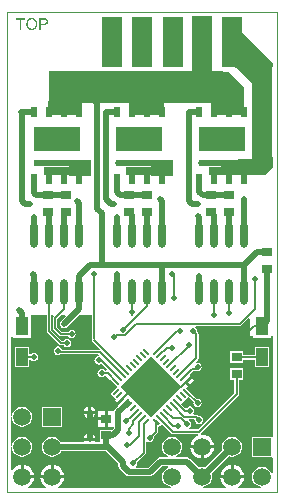
<source format=gtl>
%FSLAX25Y25*%
%MOIN*%
G70*
G01*
G75*
G04 Layer_Physical_Order=1*
G04 Layer_Color=255*
%ADD10R,0.03937X0.05906*%
%ADD11R,0.15748X0.08465*%
%ADD12R,0.02402X0.03268*%
%ADD13R,0.15748X0.02362*%
%ADD14R,0.12362X0.02835*%
%ADD15R,0.03543X0.03150*%
%ADD16O,0.02362X0.08661*%
%ADD17P,0.20044X4X360.0*%
G04:AMPARAMS|DCode=18|XSize=8.66mil|YSize=27.56mil|CornerRadius=0mil|HoleSize=0mil|Usage=FLASHONLY|Rotation=315.000|XOffset=0mil|YOffset=0mil|HoleType=Round|Shape=Rectangle|*
%AMROTATEDRECTD18*
4,1,4,-0.01281,-0.00668,0.00668,0.01281,0.01281,0.00668,-0.00668,-0.01281,-0.01281,-0.00668,0.0*
%
%ADD18ROTATEDRECTD18*%

G04:AMPARAMS|DCode=19|XSize=8.66mil|YSize=27.56mil|CornerRadius=0mil|HoleSize=0mil|Usage=FLASHONLY|Rotation=45.000|XOffset=0mil|YOffset=0mil|HoleType=Round|Shape=Rectangle|*
%AMROTATEDRECTD19*
4,1,4,0.00668,-0.01281,-0.01281,0.00668,-0.00668,0.01281,0.01281,-0.00668,0.00668,-0.01281,0.0*
%
%ADD19ROTATEDRECTD19*%

%ADD20C,0.00800*%
%ADD21C,0.00600*%
%ADD22C,0.02000*%
%ADD23R,0.06500X0.17000*%
%ADD24R,0.07000X0.17000*%
%ADD25R,0.08000X0.05500*%
%ADD26R,0.07000X0.33000*%
%ADD27R,0.07500X0.05500*%
%ADD28R,0.10000X0.04500*%
%ADD29R,0.11000X0.04500*%
%ADD30R,0.07000X0.20000*%
%ADD31R,0.58000X0.10500*%
%ADD32C,0.00200*%
%ADD33R,0.05906X0.05906*%
%ADD34C,0.05906*%
%ADD35R,0.05906X0.05906*%
%ADD36C,0.01969*%
G36*
X8339Y157902D02*
X8389D01*
X8439Y157896D01*
X8506Y157885D01*
X8572Y157874D01*
X8716Y157846D01*
X8883Y157802D01*
X9044Y157735D01*
X9127Y157696D01*
X9211Y157652D01*
X9216Y157646D01*
X9227Y157641D01*
X9249Y157624D01*
X9283Y157607D01*
X9316Y157580D01*
X9360Y157546D01*
X9455Y157469D01*
X9555Y157369D01*
X9666Y157247D01*
X9771Y157102D01*
X9860Y156941D01*
Y156936D01*
X9871Y156919D01*
X9882Y156897D01*
X9893Y156864D01*
X9915Y156819D01*
X9932Y156770D01*
X9954Y156708D01*
X9976Y156642D01*
X9993Y156570D01*
X10015Y156492D01*
X10037Y156403D01*
X10054Y156314D01*
X10076Y156120D01*
X10087Y155909D01*
Y155904D01*
Y155881D01*
Y155854D01*
X10082Y155809D01*
Y155759D01*
X10076Y155698D01*
X10065Y155632D01*
X10060Y155560D01*
X10032Y155399D01*
X9987Y155221D01*
X9926Y155043D01*
X9893Y154955D01*
X9849Y154866D01*
Y154860D01*
X9838Y154844D01*
X9826Y154821D01*
X9804Y154788D01*
X9782Y154749D01*
X9754Y154710D01*
X9677Y154605D01*
X9582Y154494D01*
X9471Y154377D01*
X9338Y154266D01*
X9183Y154166D01*
X9177D01*
X9166Y154155D01*
X9138Y154144D01*
X9105Y154128D01*
X9066Y154111D01*
X9022Y154094D01*
X8966Y154072D01*
X8905Y154050D01*
X8839Y154028D01*
X8766Y154006D01*
X8606Y153972D01*
X8433Y153945D01*
X8250Y153933D01*
X8195D01*
X8162Y153939D01*
X8111D01*
X8056Y153950D01*
X7995Y153956D01*
X7923Y153967D01*
X7773Y154000D01*
X7612Y154044D01*
X7446Y154111D01*
X7362Y154150D01*
X7279Y154194D01*
X7273Y154200D01*
X7262Y154205D01*
X7240Y154222D01*
X7207Y154244D01*
X7174Y154266D01*
X7135Y154300D01*
X7040Y154383D01*
X6935Y154483D01*
X6824Y154605D01*
X6724Y154744D01*
X6630Y154905D01*
Y154910D01*
X6619Y154927D01*
X6607Y154949D01*
X6596Y154982D01*
X6580Y155027D01*
X6563Y155077D01*
X6541Y155132D01*
X6524Y155193D01*
X6502Y155265D01*
X6480Y155338D01*
X6447Y155504D01*
X6424Y155676D01*
X6413Y155865D01*
Y155870D01*
Y155876D01*
Y155909D01*
X6419Y155959D01*
Y156026D01*
X6430Y156103D01*
X6441Y156198D01*
X6458Y156303D01*
X6480Y156414D01*
X6502Y156531D01*
X6535Y156653D01*
X6580Y156775D01*
X6630Y156903D01*
X6685Y157025D01*
X6757Y157147D01*
X6835Y157258D01*
X6924Y157363D01*
X6929Y157369D01*
X6946Y157386D01*
X6979Y157413D01*
X7018Y157447D01*
X7068Y157491D01*
X7129Y157535D01*
X7201Y157585D01*
X7285Y157635D01*
X7373Y157685D01*
X7473Y157735D01*
X7584Y157780D01*
X7701Y157824D01*
X7829Y157857D01*
X7962Y157885D01*
X8100Y157902D01*
X8250Y157907D01*
X8300D01*
X8339Y157902D01*
D02*
G37*
G36*
X28184Y51159D02*
X28234Y50909D01*
X28184Y50659D01*
X28246Y50347D01*
X28423Y50083D01*
X30830Y47676D01*
X30639Y47214D01*
X18369D01*
X18304Y47540D01*
X17998Y47998D01*
X17540Y48304D01*
X17000Y48411D01*
X16460Y48304D01*
X16002Y47998D01*
X15696Y47540D01*
X15589Y47000D01*
X15696Y46460D01*
X16002Y46002D01*
X16460Y45696D01*
X17000Y45589D01*
X17540Y45696D01*
X17675Y45786D01*
X30427D01*
X30684Y45357D01*
X30581Y45165D01*
X30476Y45186D01*
X29936Y45078D01*
X29478Y44772D01*
X29173Y44314D01*
X29065Y43774D01*
X29173Y43234D01*
X29478Y42776D01*
X29936Y42470D01*
X30476Y42363D01*
X31017Y42470D01*
X31355Y42696D01*
X33274Y40778D01*
X33108Y40378D01*
X32611Y40329D01*
X32498Y40498D01*
X32040Y40804D01*
X31500Y40911D01*
X30960Y40804D01*
X30502Y40498D01*
X30196Y40040D01*
X30089Y39500D01*
X30196Y38960D01*
X30502Y38502D01*
X30960Y38196D01*
X31500Y38089D01*
X32040Y38196D01*
X32498Y38502D01*
X32620Y38684D01*
X33140D01*
X34461Y37363D01*
Y37338D01*
Y37338D01*
X36682Y35118D01*
X36564Y35000D01*
X36682Y34882D01*
X34461Y32661D01*
X35575Y31548D01*
Y31548D01*
X35575Y31548D01*
X35639Y31483D01*
X36264Y30859D01*
X35840Y30434D01*
X36500Y29775D01*
X38181Y31456D01*
X38888Y30749D01*
X37128Y28989D01*
Y28646D01*
X36106Y27625D01*
X35797Y27162D01*
X35731Y26831D01*
X33500D01*
Y24256D01*
Y21681D01*
X35688D01*
Y21207D01*
X35192Y20711D01*
X35172Y20719D01*
Y20719D01*
X35172Y20719D01*
X30828D01*
Y16769D01*
D01*
Y16769D01*
X30487Y16428D01*
X29704D01*
X29387Y16814D01*
X29424Y17000D01*
X25576D01*
X25613Y16814D01*
X25296Y16428D01*
X18038D01*
X17929Y16691D01*
X17391Y17391D01*
X16691Y17929D01*
X15875Y18267D01*
X15000Y18382D01*
X14125Y18267D01*
X13309Y17929D01*
X12609Y17391D01*
X12071Y16691D01*
X11733Y15875D01*
X11618Y15000D01*
X11733Y14125D01*
X12071Y13309D01*
X12609Y12609D01*
X13309Y12071D01*
X14125Y11734D01*
X15000Y11618D01*
X15875Y11734D01*
X16691Y12071D01*
X17391Y12609D01*
X17929Y13309D01*
X18038Y13573D01*
X32909D01*
X37073Y9409D01*
Y8500D01*
X37073Y8500D01*
X37181Y7954D01*
X37491Y7491D01*
X39491Y5491D01*
X39491Y5491D01*
X39954Y5181D01*
X40500Y5073D01*
X40500Y5073D01*
X47500D01*
X47500Y5073D01*
X48046Y5181D01*
X48509Y5491D01*
X51591Y8573D01*
X53582D01*
X53680Y8082D01*
X53309Y7929D01*
X52609Y7391D01*
X52071Y6691D01*
X51733Y5875D01*
X51618Y5000D01*
X51733Y4125D01*
X52071Y3309D01*
X52609Y2609D01*
X53309Y2071D01*
X54125Y1734D01*
X54789Y1646D01*
X54756Y1147D01*
X17250D01*
X17089Y1621D01*
X17819Y2181D01*
X18453Y3007D01*
X18851Y3968D01*
X18921Y4500D01*
X11079D01*
X11149Y3968D01*
X11547Y3007D01*
X12181Y2181D01*
X12911Y1621D01*
X12750Y1147D01*
X7250D01*
X7089Y1621D01*
X7819Y2181D01*
X8453Y3007D01*
X8851Y3968D01*
X8921Y4500D01*
X5000D01*
Y5000D01*
X4500D01*
Y8921D01*
X3968Y8851D01*
X3007Y8453D01*
X2181Y7819D01*
X1621Y7089D01*
X1147Y7250D01*
Y14755D01*
X1646Y14788D01*
X1646Y14788D01*
D01*
X1733Y14125D01*
X2071Y13309D01*
X2609Y12609D01*
X3309Y12071D01*
X4125Y11734D01*
X5000Y11618D01*
X5875Y11734D01*
X6691Y12071D01*
X7391Y12609D01*
X7929Y13309D01*
X8266Y14125D01*
X8382Y15000D01*
X8266Y15875D01*
X7929Y16691D01*
X7391Y17391D01*
X6691Y17929D01*
X5875Y18267D01*
X5000Y18382D01*
X4125Y18267D01*
X3309Y17929D01*
X2609Y17391D01*
X2071Y16691D01*
X1733Y15875D01*
X1646Y15212D01*
X1168Y15244D01*
X1147Y15245D01*
Y24755D01*
X1646Y24788D01*
X1646Y24788D01*
D01*
X1733Y24125D01*
X2071Y23309D01*
X2609Y22609D01*
X3309Y22071D01*
X4125Y21734D01*
X5000Y21618D01*
X5875Y21734D01*
X6691Y22071D01*
X7391Y22609D01*
X7929Y23309D01*
X8266Y24125D01*
X8382Y25000D01*
X8266Y25875D01*
X7929Y26691D01*
X7391Y27391D01*
X6691Y27929D01*
X5875Y28267D01*
X5000Y28382D01*
X4125Y28267D01*
X3309Y27929D01*
X2609Y27391D01*
X2071Y26691D01*
X1733Y25875D01*
X1646Y25212D01*
X1168Y25243D01*
X1147Y25245D01*
Y51500D01*
X2032D01*
Y51359D01*
X7969D01*
X8000Y51391D01*
Y59000D01*
X13286D01*
Y53500D01*
X13286Y53500D01*
X13286D01*
X13341Y53227D01*
X13495Y52995D01*
X16995Y49495D01*
Y49495D01*
X16995Y49495D01*
X17495Y48995D01*
X17727Y48841D01*
X18000Y48786D01*
X18812D01*
X19002Y48502D01*
X19460Y48196D01*
X20000Y48089D01*
X20540Y48196D01*
X20998Y48502D01*
X21304Y48960D01*
X21411Y49500D01*
X21304Y50040D01*
X20998Y50498D01*
X20540Y50804D01*
X20000Y50911D01*
X19460Y50804D01*
X19002Y50498D01*
X18812Y50214D01*
X18296D01*
X18005Y50505D01*
X14714Y53796D01*
Y59000D01*
X15337D01*
X15529Y58538D01*
X15495Y58505D01*
X15341Y58273D01*
X15286Y58000D01*
X15286Y58000D01*
X15286D01*
X15286Y58000D01*
X15286D01*
Y54500D01*
X15286Y54500D01*
X15286D01*
X15341Y54227D01*
X15495Y53995D01*
X17495Y51995D01*
Y51995D01*
X17495Y51995D01*
X17495Y51995D01*
X17727Y51841D01*
X18000Y51786D01*
X20312D01*
X20502Y51502D01*
X20960Y51196D01*
X21500Y51089D01*
X22040Y51196D01*
X22498Y51502D01*
X22804Y51960D01*
X22911Y52500D01*
X22804Y53040D01*
X22498Y53498D01*
X22040Y53804D01*
X21500Y53911D01*
X20960Y53804D01*
X20502Y53498D01*
X20312Y53214D01*
X18296D01*
X16714Y54796D01*
Y57704D01*
X18009Y59000D01*
X19328D01*
X19519Y58538D01*
X17991Y57009D01*
X17681Y56546D01*
X17572Y56000D01*
X17681Y55454D01*
X17991Y54991D01*
X18454Y54681D01*
X19000Y54573D01*
X19546Y54681D01*
X20009Y54991D01*
X24019Y59000D01*
X28184D01*
Y51159D01*
D02*
G37*
G36*
X12402Y157835D02*
X12496Y157829D01*
X12596Y157824D01*
X12690Y157813D01*
X12774Y157802D01*
X12785D01*
X12823Y157791D01*
X12873Y157780D01*
X12940Y157763D01*
X13012Y157735D01*
X13090Y157702D01*
X13173Y157663D01*
X13245Y157619D01*
X13256Y157613D01*
X13279Y157596D01*
X13312Y157563D01*
X13356Y157524D01*
X13406Y157474D01*
X13456Y157408D01*
X13512Y157335D01*
X13556Y157252D01*
X13562Y157241D01*
X13573Y157213D01*
X13595Y157164D01*
X13617Y157097D01*
X13634Y157019D01*
X13656Y156930D01*
X13667Y156831D01*
X13673Y156725D01*
Y156720D01*
Y156703D01*
Y156681D01*
X13667Y156642D01*
X13661Y156603D01*
X13656Y156553D01*
X13645Y156498D01*
X13634Y156436D01*
X13595Y156309D01*
X13573Y156242D01*
X13539Y156170D01*
X13501Y156098D01*
X13462Y156031D01*
X13412Y155965D01*
X13356Y155898D01*
X13351Y155893D01*
X13340Y155881D01*
X13323Y155865D01*
X13295Y155848D01*
X13262Y155820D01*
X13217Y155793D01*
X13162Y155759D01*
X13101Y155732D01*
X13029Y155698D01*
X12946Y155665D01*
X12857Y155637D01*
X12751Y155615D01*
X12640Y155593D01*
X12518Y155576D01*
X12380Y155565D01*
X12235Y155560D01*
X11253D01*
Y154000D01*
X10742D01*
Y157841D01*
X12318D01*
X12402Y157835D01*
D02*
G37*
G36*
X6041Y157386D02*
X4776D01*
Y154000D01*
X4265D01*
Y157386D01*
X3000D01*
Y157841D01*
X6041D01*
Y157386D01*
D02*
G37*
G36*
X79000Y135000D02*
Y131500D01*
X78500Y131000D01*
X72000D01*
Y140000D01*
X74000D01*
X79000Y135000D01*
D02*
G37*
G36*
X88500Y143000D02*
Y141500D01*
X84500D01*
Y134500D01*
X77500Y141500D01*
Y153000D01*
X78500D01*
X88500Y143000D01*
D02*
G37*
G36*
X81000Y57693D02*
Y52000D01*
X82032D01*
Y51359D01*
X87968D01*
Y52000D01*
X88647D01*
Y18353D01*
X88647D01*
X88353D01*
X88294Y18353D01*
X88294Y18353D01*
Y18353D01*
X81647D01*
Y11647D01*
X88294D01*
X88294Y11647D01*
Y11647D01*
X88353Y11647D01*
X88647Y11353D01*
Y6237D01*
X88157Y6140D01*
X87929Y6691D01*
X87391Y7391D01*
X86691Y7929D01*
X85875Y8266D01*
X85000Y8382D01*
X84125Y8266D01*
X83309Y7929D01*
X82609Y7391D01*
X82071Y6691D01*
X81734Y5875D01*
X81618Y5000D01*
X81734Y4125D01*
X82071Y3309D01*
X82609Y2609D01*
X83309Y2071D01*
X84125Y1734D01*
X84789Y1646D01*
X84756Y1147D01*
X77250D01*
X77089Y1621D01*
X77819Y2181D01*
X78453Y3007D01*
X78851Y3968D01*
X78921Y4500D01*
X71079D01*
X71149Y3968D01*
X71547Y3007D01*
X72181Y2181D01*
X72911Y1621D01*
X72750Y1147D01*
X65244D01*
X65211Y1646D01*
X65875Y1734D01*
X66691Y2071D01*
X67391Y2609D01*
X67929Y3309D01*
X68266Y4125D01*
X68382Y5000D01*
X68266Y5875D01*
X68157Y6139D01*
X73861Y11843D01*
X74125Y11734D01*
X75000Y11618D01*
X75875Y11734D01*
X76691Y12071D01*
X77391Y12609D01*
X77929Y13309D01*
X78266Y14125D01*
X78382Y15000D01*
X78266Y15875D01*
X77929Y16691D01*
X77391Y17391D01*
X76691Y17929D01*
X75875Y18267D01*
X75000Y18382D01*
X74125Y18267D01*
X73309Y17929D01*
X72609Y17391D01*
X72071Y16691D01*
X71733Y15875D01*
X71618Y15000D01*
X71733Y14125D01*
X71843Y13861D01*
X66139Y8157D01*
X65875Y8266D01*
X65000Y8382D01*
X64125Y8266D01*
X63861Y8157D01*
X61009Y11009D01*
X60546Y11319D01*
X60000Y11427D01*
X60000Y11427D01*
X56418D01*
X56320Y11918D01*
X56691Y12071D01*
X57391Y12609D01*
X57929Y13309D01*
X58266Y14125D01*
X58382Y15000D01*
X58266Y15875D01*
X57929Y16691D01*
X57391Y17391D01*
X56691Y17929D01*
X55875Y18267D01*
X55000Y18382D01*
X54125Y18267D01*
X53309Y17929D01*
X52609Y17391D01*
X52071Y16691D01*
X51733Y15875D01*
X51618Y15000D01*
X51733Y14125D01*
X52071Y13309D01*
X52609Y12609D01*
X53309Y12071D01*
X53680Y11918D01*
X53582Y11427D01*
X51000D01*
X51000Y11427D01*
X50454Y11319D01*
X49991Y11009D01*
X49991Y11009D01*
X46909Y7927D01*
X42999D01*
X42854Y8406D01*
X42998Y8502D01*
X43304Y8960D01*
X43411Y9500D01*
X43369Y9715D01*
X46077Y12423D01*
X46077Y12423D01*
X46254Y12688D01*
X46316Y13000D01*
X46316Y13000D01*
Y16596D01*
X46757Y16832D01*
X46960Y16696D01*
X47500Y16589D01*
X48040Y16696D01*
X48498Y17002D01*
X48804Y17460D01*
X48911Y18000D01*
X48869Y18215D01*
X50077Y19423D01*
X50077Y19423D01*
X50254Y19688D01*
X50254Y19688D01*
X50254Y19688D01*
X50316Y20000D01*
X50316Y20000D01*
Y21452D01*
X50339Y21461D01*
X50339Y21461D01*
X50339Y21461D01*
X50566Y21689D01*
X50801Y21735D01*
X51066Y21912D01*
X51243Y22177D01*
X51244Y22184D01*
X51722Y22329D01*
X54628Y19423D01*
X54628Y19423D01*
X54893Y19246D01*
X54893Y19246D01*
X54893Y19246D01*
D01*
X54893Y19246D01*
X54893Y19246D01*
X55205Y19184D01*
X55205Y19184D01*
X63491D01*
X63589Y18694D01*
X63007Y18453D01*
X62181Y17819D01*
X61547Y16994D01*
X61149Y16032D01*
X61079Y15500D01*
X68921D01*
X68851Y16032D01*
X68453Y16994D01*
X67819Y17819D01*
X66993Y18453D01*
X66032Y18851D01*
X65000Y18987D01*
X65000Y18987D01*
X65000Y18987D01*
X64803Y19026D01*
X64658Y19504D01*
X77077Y31923D01*
X77077Y31923D01*
X77183Y32082D01*
X77254Y32188D01*
X77316Y32500D01*
X77316Y32500D01*
X77316Y32500D01*
Y32500D01*
Y37269D01*
X78672D01*
Y41219D01*
X74328D01*
Y37269D01*
X75684D01*
Y32838D01*
X63662Y20816D01*
X60832D01*
X60687Y21294D01*
X60998Y21502D01*
X61304Y21960D01*
X61411Y22500D01*
X61304Y23040D01*
X60998Y23498D01*
X60540Y23804D01*
X60636Y24286D01*
X62354D01*
X62589Y24000D01*
X62696Y23460D01*
X63002Y23002D01*
X63460Y22696D01*
X64000Y22589D01*
X64540Y22696D01*
X64998Y23002D01*
X65304Y23460D01*
X65411Y24000D01*
X65304Y24540D01*
X64998Y24998D01*
X64540Y25304D01*
X64000Y25411D01*
X63665Y25345D01*
X63505Y25505D01*
X63273Y25659D01*
X63000Y25714D01*
X62336D01*
X62100Y26155D01*
X62304Y26460D01*
X62411Y27000D01*
X62304Y27540D01*
X61998Y27998D01*
X61540Y28304D01*
X61000Y28411D01*
X60460Y28304D01*
X60002Y27998D01*
X59961Y27936D01*
X59463Y27887D01*
X58113Y29236D01*
X58133Y29256D01*
X59247Y30370D01*
X59247Y30370D01*
X60425Y31548D01*
Y31548D01*
X60425D01*
X60443Y31548D01*
X62155Y29835D01*
X62089Y29500D01*
X62196Y28960D01*
X62502Y28502D01*
X62960Y28196D01*
X63500Y28089D01*
X64040Y28196D01*
X64498Y28502D01*
X64804Y28960D01*
X64911Y29500D01*
X64804Y30040D01*
X64498Y30498D01*
X64040Y30804D01*
X63500Y30911D01*
X63165Y30845D01*
X61443Y32566D01*
X61538Y32661D01*
X59624Y34576D01*
X60352Y35303D01*
X59339Y36317D01*
X59692Y36670D01*
X59339Y37024D01*
X61020Y38705D01*
X60837Y38888D01*
X62133Y40184D01*
X63019D01*
X63500Y40089D01*
X64040Y40196D01*
X64498Y40502D01*
X64804Y40960D01*
X64911Y41500D01*
X64804Y42040D01*
X64498Y42498D01*
X64040Y42804D01*
X63500Y42911D01*
X63262Y42864D01*
X63026Y43305D01*
X63577Y43856D01*
X63754Y44120D01*
X63816Y44432D01*
X63816Y44432D01*
Y52500D01*
D01*
Y52500D01*
X63816D01*
D01*
Y52500D01*
X63816D01*
Y52500D01*
X63816Y52500D01*
X63816Y52500D01*
D01*
D01*
D01*
D01*
X63754Y52812D01*
X63694Y52902D01*
X63694Y52902D01*
X63683Y52918D01*
Y52918D01*
D01*
D01*
Y52918D01*
D01*
X63577Y53077D01*
X63577Y53077D01*
X63369Y53285D01*
X63411Y53500D01*
X63304Y54040D01*
X62998Y54498D01*
X62687Y54706D01*
X62832Y55184D01*
X77500D01*
X77500Y55184D01*
X77812Y55246D01*
X78077Y55423D01*
X80538Y57885D01*
X81000Y57693D01*
D02*
G37*
G36*
X88500Y108000D02*
X86000Y105500D01*
X83500D01*
X84000Y111500D01*
X88500D01*
Y108000D01*
D02*
G37*
%LPC*%
G36*
X75500Y8921D02*
Y5500D01*
X78921D01*
X78851Y6032D01*
X78453Y6994D01*
X77819Y7819D01*
X76993Y8453D01*
X76032Y8851D01*
X75500Y8921D01*
D02*
G37*
G36*
X74500D02*
X73968Y8851D01*
X73006Y8453D01*
X72181Y7819D01*
X71547Y6994D01*
X71149Y6032D01*
X71079Y5500D01*
X74500D01*
Y8921D01*
D02*
G37*
G36*
X68921Y14500D02*
X65500D01*
Y11079D01*
X66032Y11149D01*
X66993Y11547D01*
X67819Y12181D01*
X68453Y13007D01*
X68851Y13968D01*
X68921Y14500D01*
D02*
G37*
G36*
X64500D02*
X61079D01*
X61149Y13968D01*
X61547Y13007D01*
X62181Y12181D01*
X63007Y11547D01*
X63968Y11149D01*
X64500Y11079D01*
Y14500D01*
D02*
G37*
G36*
X15500Y8921D02*
Y5500D01*
X18921D01*
X18851Y6032D01*
X18453Y6994D01*
X17819Y7819D01*
X16993Y8453D01*
X16032Y8851D01*
X15500Y8921D01*
D02*
G37*
G36*
X12352Y157386D02*
X11253D01*
Y156015D01*
X12285D01*
X12324Y156020D01*
X12363D01*
X12407Y156026D01*
X12513Y156037D01*
X12629Y156059D01*
X12746Y156092D01*
X12851Y156137D01*
X12901Y156165D01*
X12940Y156198D01*
X12951Y156209D01*
X12973Y156231D01*
X13007Y156275D01*
X13046Y156331D01*
X13084Y156403D01*
X13118Y156492D01*
X13140Y156592D01*
X13151Y156708D01*
Y156714D01*
Y156720D01*
Y156747D01*
X13145Y156797D01*
X13134Y156853D01*
X13123Y156914D01*
X13101Y156986D01*
X13068Y157053D01*
X13029Y157119D01*
X13023Y157125D01*
X13007Y157147D01*
X12979Y157175D01*
X12946Y157213D01*
X12896Y157252D01*
X12840Y157286D01*
X12779Y157319D01*
X12707Y157347D01*
X12701D01*
X12679Y157352D01*
X12646Y157358D01*
X12601Y157369D01*
X12535Y157374D01*
X12452Y157380D01*
X12352Y157386D01*
D02*
G37*
G36*
X8250Y157469D02*
X8200D01*
X8162Y157463D01*
X8111Y157458D01*
X8062Y157447D01*
X8000Y157435D01*
X7934Y157424D01*
X7790Y157380D01*
X7712Y157347D01*
X7634Y157313D01*
X7551Y157269D01*
X7473Y157219D01*
X7396Y157164D01*
X7323Y157097D01*
X7318Y157091D01*
X7307Y157080D01*
X7290Y157058D01*
X7262Y157025D01*
X7235Y156986D01*
X7201Y156936D01*
X7168Y156875D01*
X7129Y156803D01*
X7096Y156725D01*
X7057Y156631D01*
X7024Y156531D01*
X6996Y156420D01*
X6968Y156298D01*
X6952Y156159D01*
X6940Y156015D01*
X6935Y155859D01*
Y155854D01*
Y155832D01*
Y155793D01*
X6940Y155743D01*
X6946Y155687D01*
X6957Y155621D01*
X6968Y155543D01*
X6979Y155465D01*
X7024Y155288D01*
X7057Y155199D01*
X7090Y155104D01*
X7135Y155016D01*
X7185Y154927D01*
X7240Y154844D01*
X7307Y154766D01*
X7312Y154760D01*
X7323Y154749D01*
X7346Y154727D01*
X7373Y154705D01*
X7412Y154672D01*
X7457Y154638D01*
X7507Y154605D01*
X7562Y154566D01*
X7629Y154527D01*
X7701Y154494D01*
X7779Y154461D01*
X7862Y154427D01*
X7951Y154405D01*
X8039Y154383D01*
X8139Y154372D01*
X8245Y154366D01*
X8273D01*
X8300Y154372D01*
X8339D01*
X8389Y154377D01*
X8444Y154388D01*
X8511Y154400D01*
X8578Y154416D01*
X8655Y154438D01*
X8728Y154466D01*
X8811Y154494D01*
X8889Y154533D01*
X8966Y154583D01*
X9044Y154633D01*
X9122Y154694D01*
X9194Y154766D01*
X9199Y154771D01*
X9211Y154782D01*
X9227Y154810D01*
X9255Y154844D01*
X9283Y154882D01*
X9310Y154932D01*
X9344Y154993D01*
X9382Y155060D01*
X9416Y155138D01*
X9449Y155227D01*
X9477Y155321D01*
X9510Y155421D01*
X9532Y155532D01*
X9549Y155654D01*
X9560Y155781D01*
X9566Y155915D01*
Y155920D01*
Y155937D01*
Y155959D01*
Y155992D01*
X9560Y156031D01*
Y156081D01*
X9555Y156131D01*
X9543Y156192D01*
X9527Y156320D01*
X9499Y156453D01*
X9460Y156597D01*
X9405Y156731D01*
Y156736D01*
X9399Y156747D01*
X9388Y156764D01*
X9377Y156786D01*
X9338Y156853D01*
X9288Y156930D01*
X9222Y157019D01*
X9138Y157108D01*
X9044Y157197D01*
X8939Y157274D01*
X8933D01*
X8927Y157286D01*
X8911Y157291D01*
X8883Y157308D01*
X8855Y157319D01*
X8822Y157335D01*
X8739Y157374D01*
X8639Y157408D01*
X8522Y157441D01*
X8389Y157463D01*
X8250Y157469D01*
D02*
G37*
G36*
X14500Y8921D02*
X13968Y8851D01*
X13006Y8453D01*
X12181Y7819D01*
X11547Y6994D01*
X11149Y6032D01*
X11079Y5500D01*
X14500D01*
Y8921D01*
D02*
G37*
G36*
X5500D02*
Y5500D01*
X8921D01*
X8851Y6032D01*
X8453Y6994D01*
X7819Y7819D01*
X6993Y8453D01*
X6032Y8851D01*
X5500Y8921D01*
D02*
G37*
G36*
X28000Y28424D02*
Y27000D01*
X29424D01*
X29369Y27274D01*
X28931Y27931D01*
X28274Y28369D01*
X28000Y28424D01*
D02*
G37*
G36*
X27000D02*
X26726Y28369D01*
X26069Y27931D01*
X25631Y27274D01*
X25576Y27000D01*
X27000D01*
Y28424D01*
D02*
G37*
G36*
X32500Y26831D02*
X30228D01*
Y24756D01*
X32500D01*
Y26831D01*
D02*
G37*
G36*
X87369Y48241D02*
X82631D01*
Y45602D01*
X80612D01*
X80459Y45572D01*
X78672D01*
Y46731D01*
X74328D01*
Y42781D01*
X78672D01*
Y43940D01*
X82631D01*
Y41535D01*
X87369D01*
Y48241D01*
D02*
G37*
G36*
X7368D02*
X2631D01*
Y41535D01*
X7368D01*
Y43810D01*
X7847Y43955D01*
X7890Y43890D01*
X8348Y43584D01*
X8888Y43477D01*
X9428Y43584D01*
X9886Y43890D01*
X10192Y44348D01*
X10300Y44888D01*
X10192Y45428D01*
X9886Y45886D01*
X9428Y46192D01*
X8888Y46300D01*
X8348Y46192D01*
X7890Y45886D01*
X7847Y45821D01*
X7368Y45967D01*
Y48241D01*
D02*
G37*
G36*
X61727Y37998D02*
X60399Y36670D01*
X61059Y36010D01*
X62387Y37338D01*
X61727Y37998D01*
D02*
G37*
G36*
X18353Y28353D02*
X11647D01*
Y21647D01*
X18353D01*
Y28353D01*
D02*
G37*
G36*
X28000Y19424D02*
Y18000D01*
X29424D01*
X29369Y18274D01*
X28931Y18931D01*
X28274Y19369D01*
X28000Y19424D01*
D02*
G37*
G36*
X27000D02*
X26726Y19369D01*
X26069Y18931D01*
X25631Y18274D01*
X25576Y18000D01*
X27000D01*
Y19424D01*
D02*
G37*
G36*
X29424Y26000D02*
X28000D01*
Y24576D01*
X28274Y24631D01*
X28931Y25069D01*
X29369Y25726D01*
X29424Y26000D01*
D02*
G37*
G36*
X27000D02*
X25576D01*
X25631Y25726D01*
X26069Y25069D01*
X26726Y24631D01*
X27000Y24576D01*
Y26000D01*
D02*
G37*
G36*
X32500Y23756D02*
X30228D01*
Y21681D01*
X32500D01*
Y23756D01*
D02*
G37*
%LPD*%
D10*
X5000Y55312D02*
D03*
Y44888D02*
D03*
X85000Y55312D02*
D03*
Y44888D02*
D03*
D11*
X71500Y117567D02*
D03*
X44000D02*
D03*
X16500D02*
D03*
D12*
X64000Y104339D02*
D03*
X69000D02*
D03*
X74000D02*
D03*
X79000D02*
D03*
Y126661D02*
D03*
X74000D02*
D03*
X69000D02*
D03*
X64000D02*
D03*
X36500Y104339D02*
D03*
X41500D02*
D03*
X46500D02*
D03*
X51500D02*
D03*
Y126661D02*
D03*
X46500D02*
D03*
X41500D02*
D03*
X36500D02*
D03*
X9000Y104339D02*
D03*
X14000D02*
D03*
X19000D02*
D03*
X24000D02*
D03*
Y126661D02*
D03*
X19000D02*
D03*
X14000D02*
D03*
X9000D02*
D03*
D13*
X71500Y109398D02*
D03*
X44000D02*
D03*
X16500D02*
D03*
D14*
X73193Y106799D02*
D03*
X45693D02*
D03*
X18193D02*
D03*
D15*
X76500Y39244D02*
D03*
Y44756D02*
D03*
X33000Y24256D02*
D03*
Y18744D02*
D03*
X86500Y74244D02*
D03*
Y79756D02*
D03*
X74000Y98756D02*
D03*
Y93244D02*
D03*
X68000Y98756D02*
D03*
Y93244D02*
D03*
X46500Y98756D02*
D03*
Y93244D02*
D03*
X40500Y98756D02*
D03*
Y93244D02*
D03*
X19500Y98756D02*
D03*
Y93244D02*
D03*
X13500Y98756D02*
D03*
Y93244D02*
D03*
D16*
X79000Y85449D02*
D03*
X74000D02*
D03*
X69000D02*
D03*
X64000D02*
D03*
X79000Y66551D02*
D03*
X74000D02*
D03*
X69000D02*
D03*
X64000D02*
D03*
X51500Y85449D02*
D03*
X46500D02*
D03*
X41500D02*
D03*
X36500D02*
D03*
X51500Y66551D02*
D03*
X46500D02*
D03*
X41500D02*
D03*
X36500D02*
D03*
X24000Y85449D02*
D03*
X19000D02*
D03*
X14000D02*
D03*
X9000D02*
D03*
X24000Y66551D02*
D03*
X19000D02*
D03*
X14000D02*
D03*
X9000D02*
D03*
D17*
X48000Y35000D02*
D03*
D18*
X49670Y46692D02*
D03*
X50784Y45579D02*
D03*
X51897Y44465D02*
D03*
X53011Y43352D02*
D03*
X54124Y42238D02*
D03*
X55238Y41125D02*
D03*
X56352Y40011D02*
D03*
X57465Y38897D02*
D03*
X58579Y37784D02*
D03*
X59692Y36670D02*
D03*
X46330Y23308D02*
D03*
X45216Y24421D02*
D03*
X44103Y25535D02*
D03*
X42989Y26648D02*
D03*
X41875Y27762D02*
D03*
X40762Y28875D02*
D03*
X39648Y29989D02*
D03*
X38535Y31103D02*
D03*
X37421Y32216D02*
D03*
X36307Y33330D02*
D03*
D19*
X59692D02*
D03*
X58579Y32216D02*
D03*
X57465Y31103D02*
D03*
X56352Y29989D02*
D03*
X55238Y28875D02*
D03*
X54124Y27762D02*
D03*
X53011Y26648D02*
D03*
X51897Y25535D02*
D03*
X50784Y24421D02*
D03*
X49670Y23308D02*
D03*
X36307Y36670D02*
D03*
X37421Y37784D02*
D03*
X38535Y38897D02*
D03*
X39648Y40011D02*
D03*
X40762Y41125D02*
D03*
X41875Y42238D02*
D03*
X42989Y43352D02*
D03*
X44103Y44465D02*
D03*
X45216Y45579D02*
D03*
X46330Y46692D02*
D03*
D20*
X41000Y15500D02*
X44000Y18500D01*
X40000Y15500D02*
X41000D01*
X49500Y23478D02*
X50489Y22489D01*
X49500Y20000D02*
Y23478D01*
X47500Y18000D02*
X49500Y20000D01*
X45500Y22478D02*
X46330Y23308D01*
X45500Y13000D02*
Y22478D01*
X42000Y9500D02*
X45500Y13000D01*
X44000Y18500D02*
Y23205D01*
X45216Y24421D01*
X27756Y24256D02*
X33000D01*
X61795Y41000D02*
X63500D01*
Y41500D01*
X58579Y37784D02*
X61795Y41000D01*
X63500Y38500D02*
X76000Y51000D01*
X61522Y38500D02*
X63500D01*
X59692Y36670D02*
X61522Y38500D01*
X76000Y51000D02*
X78000D01*
X63000Y44432D02*
Y52500D01*
X57465Y38897D02*
X63000Y44432D01*
X55000Y35000D02*
X58022D01*
X76500Y32500D02*
Y39244D01*
X64000Y20000D02*
X76500Y32500D01*
Y44756D02*
X84868D01*
X58022Y35000D02*
X59692Y36670D01*
X38535Y31103D02*
X42432Y35000D01*
X48000D01*
X53205Y48000D02*
X55000D01*
X50784Y45579D02*
X53205Y48000D01*
X56478Y53500D02*
X57500D01*
X49670Y46692D02*
X56478Y53500D01*
X40580Y24580D02*
X40920D01*
X39500Y23500D02*
X40580Y24580D01*
X40920D02*
X42989Y26648D01*
X42000Y22500D02*
Y23432D01*
X40500Y21000D02*
X42000Y22500D01*
X40500Y19500D02*
Y21000D01*
X42000Y23432D02*
X44103Y25535D01*
X55205Y20000D02*
X64000D01*
X50784Y24421D02*
X55205Y20000D01*
X82312Y55312D02*
X85000D01*
X78000Y51000D02*
X82312Y55312D01*
X62000Y53500D02*
X63000Y52500D01*
X69000Y66551D02*
X69000Y66551D01*
Y59000D02*
Y66551D01*
X43023Y56000D02*
X77500D01*
X39239Y52216D02*
X43023Y56000D01*
X36216Y52216D02*
X39239D01*
X35500Y51500D02*
X36216Y52216D01*
X77500Y56000D02*
X82500Y61000D01*
X74000Y59500D02*
Y66551D01*
Y59500D02*
X74000Y59500D01*
X60500Y48613D02*
Y49000D01*
X54124Y42238D02*
X60500Y48613D01*
X82500Y61000D02*
Y71000D01*
X31500Y39500D02*
X33478D01*
X36307Y36670D01*
X31431Y43774D02*
X37421Y37784D01*
X55000Y72500D02*
X55500Y72000D01*
Y64500D02*
Y72000D01*
X30476Y43774D02*
X31431D01*
X29000Y50659D02*
X39648Y40011D01*
X29000Y51159D02*
Y72500D01*
D21*
X58000Y24500D02*
X60000Y22500D01*
X55159Y24500D02*
X58000D01*
X53011Y26648D02*
X55159Y24500D01*
X59113Y25000D02*
X63000D01*
X55238Y28875D02*
X59113Y25000D01*
X59341Y27000D02*
X61000D01*
X56352Y29989D02*
X59341Y27000D01*
X63000Y25000D02*
X64000Y24000D01*
X55432Y22000D02*
X57000D01*
X51897Y25535D02*
X55432Y22000D01*
X57000D02*
X57500Y22500D01*
X80612Y44888D02*
X85000D01*
X30932Y46500D02*
X38535Y38897D01*
X17000Y46500D02*
X30932D01*
X41500Y59000D02*
Y60000D01*
X38500Y54000D02*
X46500Y62000D01*
Y66551D01*
X59692Y33308D02*
Y33330D01*
Y33308D02*
X63500Y29500D01*
X41500Y59000D02*
X41500Y59000D01*
X41500Y59000D02*
Y66551D01*
X17000Y46500D02*
Y47000D01*
X18000Y49500D02*
X20000D01*
X17500Y50000D02*
X18000Y49500D01*
Y52500D02*
X21500D01*
X18000Y52500D02*
X18000Y52500D01*
X5000Y44888D02*
X8888D01*
X14000Y53500D02*
X17500Y50000D01*
X14000Y53500D02*
Y66551D01*
X16000Y54500D02*
X18000Y52500D01*
X16000Y54500D02*
Y58000D01*
X19000Y61000D01*
Y66551D01*
D22*
X82500Y108000D02*
Y136500D01*
X75000Y144000D02*
X82500Y136500D01*
X75000Y144000D02*
Y145000D01*
X27500Y17500D02*
Y26500D01*
X4000Y60500D02*
X5000Y59500D01*
Y55312D02*
Y59500D01*
X48000Y35000D02*
X48500Y34500D01*
X55000D01*
X37116Y20616D02*
Y26616D01*
X40150Y29650D01*
X35244Y18744D02*
X37116Y20616D01*
X33000Y18744D02*
X35244D01*
X15000Y15000D02*
X33500D01*
X33000Y15500D02*
Y18744D01*
Y15500D02*
X33500Y15000D01*
X47500Y6500D02*
X51000Y10000D01*
X40500Y6500D02*
X47500D01*
X38500Y8500D02*
X40500Y6500D01*
X33500Y15000D02*
X38500Y10000D01*
Y8500D02*
Y10000D01*
X60000D02*
X65000Y5000D01*
X51000Y10000D02*
X60000D01*
X72898Y108000D02*
X82500D01*
X41500Y126661D02*
Y130500D01*
X68500D01*
X41500D02*
X68500D01*
X41500Y126661D02*
Y130500D01*
X24000Y61000D02*
Y66551D01*
X19000Y56000D02*
X24000Y61000D01*
X31500Y75500D02*
Y92757D01*
Y75500D02*
X51500D01*
X65000Y5000D02*
X75000Y15000D01*
X83256Y79756D02*
X86500D01*
X79000Y75500D02*
X83256Y79756D01*
X85000Y55312D02*
X86500Y56812D01*
Y74244D01*
X51500Y75500D02*
X79000D01*
Y71500D02*
Y75500D01*
X74000Y90500D02*
Y93244D01*
X29000Y130500D02*
X41500D01*
X24000D02*
X29000D01*
X27500Y75500D02*
X31500D01*
X30000Y94257D02*
X31500Y92757D01*
X30000Y94257D02*
Y129500D01*
X29000Y130500D02*
X30000Y129500D01*
X60500Y97000D02*
Y126500D01*
Y97000D02*
X61500Y96000D01*
X71500Y109398D02*
X72898Y108000D01*
X75000Y145000D02*
Y155000D01*
X51500Y72000D02*
Y75500D01*
X24000Y72000D02*
X27500Y75500D01*
X6000Y96000D02*
X7500D01*
X5000Y97000D02*
X6000Y96000D01*
X5000Y97000D02*
Y126323D01*
X4661Y126661D02*
X5000Y126323D01*
X34500Y96000D02*
X35500D01*
X33000Y97500D02*
X34500Y96000D01*
X33000Y97500D02*
Y126500D01*
X70000Y109398D02*
X71500D01*
X60500Y126500D02*
X60661Y126661D01*
X61500Y96000D02*
X63500D01*
X78000Y117000D02*
Y117500D01*
X68500Y130500D02*
X69000Y130000D01*
X24000Y126661D02*
Y130500D01*
X79000Y85449D02*
Y97500D01*
X51000D02*
X51500Y97000D01*
Y85449D02*
Y97000D01*
X79000Y66551D02*
Y71500D01*
X51500Y66551D02*
Y72000D01*
X64000Y66551D02*
Y72000D01*
X36500Y66551D02*
Y72500D01*
Y85449D02*
Y91500D01*
X64000Y85449D02*
Y91500D01*
X63500Y92000D02*
X64000Y91500D01*
X71500Y117567D02*
X71567Y117500D01*
X74000Y85449D02*
Y90500D01*
X41500Y85449D02*
Y92244D01*
X68000Y93244D02*
X69000Y92244D01*
Y85449D02*
Y92244D01*
X64000Y100000D02*
Y104339D01*
Y100000D02*
X65244Y98756D01*
X68000D01*
X74000D01*
X36500Y100000D02*
Y104339D01*
Y100000D02*
X37744Y98756D01*
X40500D01*
X46500D01*
Y90000D02*
Y93244D01*
Y85449D02*
Y90000D01*
X33000Y126500D02*
X36339D01*
X60661Y126661D02*
X64000D01*
X69000D02*
Y130000D01*
Y126661D02*
X74000D01*
X79000D01*
X46500D02*
X51500D01*
X41500D02*
X46500D01*
X24000Y85449D02*
Y96272D01*
X23272Y97000D02*
X24000Y96272D01*
X14000Y126661D02*
X19000D01*
X14500Y127161D02*
Y130000D01*
X19000Y90500D02*
Y92744D01*
Y85449D02*
Y90500D01*
X9000Y99500D02*
Y104339D01*
X24000Y66551D02*
Y72000D01*
X9000Y66551D02*
Y72000D01*
X8500Y72500D02*
X9000Y72000D01*
Y85449D02*
Y91500D01*
X4661Y126661D02*
X9000D01*
X14000Y85449D02*
Y92744D01*
X9000Y99500D02*
X9500Y99000D01*
X13256D01*
X13500Y98756D01*
X19500D01*
X19000Y126661D02*
X24000D01*
D23*
X55250Y150000D02*
D03*
D24*
X45000D02*
D03*
X35000D02*
D03*
X75000D02*
D03*
D25*
X81000Y108250D02*
D03*
D26*
X85000Y126500D02*
D03*
D27*
X24250Y107750D02*
D03*
X51750D02*
D03*
D28*
X74000Y129250D02*
D03*
D29*
X47000Y129750D02*
D03*
X19500Y128750D02*
D03*
D30*
X65000Y148500D02*
D03*
D31*
X43000Y134750D02*
D03*
D32*
X-0Y0D02*
Y160000D01*
X90000D01*
Y0D02*
Y160000D01*
X-0Y0D02*
X90000D01*
D33*
X15000Y25000D02*
D03*
D34*
X5000D02*
D03*
X15000Y15000D02*
D03*
X5000D02*
D03*
X15000Y5000D02*
D03*
X5000D02*
D03*
X75000Y145000D02*
D03*
Y155000D02*
D03*
X65000Y145000D02*
D03*
Y155000D02*
D03*
X55000Y145000D02*
D03*
Y155000D02*
D03*
X45000Y145000D02*
D03*
Y155000D02*
D03*
X35000Y145000D02*
D03*
X55000Y5000D02*
D03*
Y15000D02*
D03*
X65000Y5000D02*
D03*
Y15000D02*
D03*
X75000Y5000D02*
D03*
Y15000D02*
D03*
X85000Y5000D02*
D03*
D35*
X35000Y155000D02*
D03*
X85000Y15000D02*
D03*
D36*
X40000Y15500D02*
D03*
X47500Y18000D02*
D03*
X60000Y22500D02*
D03*
X64000Y24000D02*
D03*
X57000Y22000D02*
D03*
X27500Y26500D02*
D03*
Y17500D02*
D03*
X4000Y60500D02*
D03*
X63500Y41500D02*
D03*
X55000Y34500D02*
D03*
X42000Y9500D02*
D03*
X55000Y48000D02*
D03*
X57500Y53500D02*
D03*
X39500Y23500D02*
D03*
X40500Y19500D02*
D03*
X69000Y59000D02*
D03*
X62000Y53500D02*
D03*
X74000Y59500D02*
D03*
X60500Y49000D02*
D03*
X35500Y51500D02*
D03*
X31500Y39500D02*
D03*
X55500Y64500D02*
D03*
X30476Y43774D02*
D03*
X41500Y60000D02*
D03*
X61000Y27000D02*
D03*
X38500Y54000D02*
D03*
X63500Y29500D02*
D03*
X17000Y47000D02*
D03*
X20000Y49500D02*
D03*
X21500Y52500D02*
D03*
X8888Y44888D02*
D03*
X19000Y56000D02*
D03*
X84500Y108000D02*
D03*
X82500Y71000D02*
D03*
X55000Y72500D02*
D03*
X29000D02*
D03*
X7500Y96000D02*
D03*
X22500Y109500D02*
D03*
Y106500D02*
D03*
X26000D02*
D03*
Y109500D02*
D03*
X40000D02*
D03*
X42000Y107000D02*
D03*
X42500Y109398D02*
D03*
X37000Y109500D02*
D03*
X35500Y96000D02*
D03*
X53500Y109500D02*
D03*
Y106500D02*
D03*
X50000D02*
D03*
Y109500D02*
D03*
X64500D02*
D03*
X70000Y109398D02*
D03*
X69500Y107000D02*
D03*
X67500Y109500D02*
D03*
X60500Y126500D02*
D03*
X63500Y96000D02*
D03*
X75000Y115000D02*
D03*
X78000D02*
D03*
X75000Y117500D02*
D03*
X78000D02*
D03*
X75000Y120000D02*
D03*
X78000D02*
D03*
X50500Y115000D02*
D03*
X47500D02*
D03*
X50500Y120000D02*
D03*
X47500D02*
D03*
Y117500D02*
D03*
X50500D02*
D03*
X20000Y120000D02*
D03*
Y117500D02*
D03*
Y115000D02*
D03*
X23000D02*
D03*
Y120000D02*
D03*
Y117500D02*
D03*
X79000Y97500D02*
D03*
X51000D02*
D03*
X79000Y71500D02*
D03*
X51500Y72000D02*
D03*
X64000D02*
D03*
X36500Y72500D02*
D03*
Y91500D02*
D03*
X63500Y92000D02*
D03*
X74000Y90500D02*
D03*
X46500Y90000D02*
D03*
X33000Y126500D02*
D03*
X69000Y130000D02*
D03*
X41756Y130244D02*
D03*
X23272Y97000D02*
D03*
X14500Y130000D02*
D03*
X24000Y72000D02*
D03*
X19000Y90500D02*
D03*
X8500Y72500D02*
D03*
X9000Y91500D02*
D03*
X4661Y126661D02*
D03*
M02*

</source>
